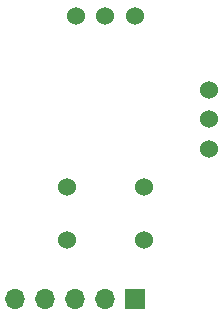
<source format=gbr>
%TF.GenerationSoftware,KiCad,Pcbnew,(6.0.1)*%
%TF.CreationDate,2022-04-14T00:08:53-05:00*%
%TF.ProjectId,THB001P,54484230-3031-4502-9e6b-696361645f70,rev?*%
%TF.SameCoordinates,Original*%
%TF.FileFunction,Soldermask,Top*%
%TF.FilePolarity,Negative*%
%FSLAX46Y46*%
G04 Gerber Fmt 4.6, Leading zero omitted, Abs format (unit mm)*
G04 Created by KiCad (PCBNEW (6.0.1)) date 2022-04-14 00:08:53*
%MOMM*%
%LPD*%
G01*
G04 APERTURE LIST*
%ADD10R,1.700000X1.700000*%
%ADD11O,1.700000X1.700000*%
%ADD12C,1.524000*%
G04 APERTURE END LIST*
D10*
%TO.C,J1*%
X111755000Y-124460000D03*
D11*
X109215000Y-124460000D03*
X106675000Y-124460000D03*
X104135000Y-124460000D03*
X101595000Y-124460000D03*
%TD*%
D12*
%TO.C,U1*%
X111720000Y-100490000D03*
X117950000Y-111720000D03*
X109220000Y-100490000D03*
X117950000Y-109220000D03*
X106720000Y-100490000D03*
X117950000Y-106720000D03*
X105970000Y-114970000D03*
X112470000Y-114970000D03*
X105970000Y-119470000D03*
X112470000Y-119470000D03*
%TD*%
M02*

</source>
